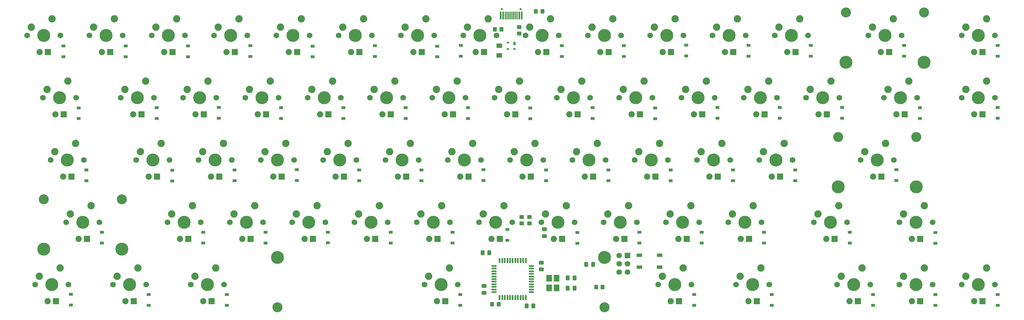
<source format=gbs>
G04 #@! TF.GenerationSoftware,KiCad,Pcbnew,(6.0.10)*
G04 #@! TF.CreationDate,2023-02-18T22:59:06-08:00*
G04 #@! TF.ProjectId,KeyboardM,4b657962-6f61-4726-944d-2e6b69636164,rev?*
G04 #@! TF.SameCoordinates,Original*
G04 #@! TF.FileFunction,Soldermask,Bot*
G04 #@! TF.FilePolarity,Negative*
%FSLAX46Y46*%
G04 Gerber Fmt 4.6, Leading zero omitted, Abs format (unit mm)*
G04 Created by KiCad (PCBNEW (6.0.10)) date 2023-02-18 22:59:06*
%MOMM*%
%LPD*%
G01*
G04 APERTURE LIST*
G04 Aperture macros list*
%AMRoundRect*
0 Rectangle with rounded corners*
0 $1 Rounding radius*
0 $2 $3 $4 $5 $6 $7 $8 $9 X,Y pos of 4 corners*
0 Add a 4 corners polygon primitive as box body*
4,1,4,$2,$3,$4,$5,$6,$7,$8,$9,$2,$3,0*
0 Add four circle primitives for the rounded corners*
1,1,$1+$1,$2,$3*
1,1,$1+$1,$4,$5*
1,1,$1+$1,$6,$7*
1,1,$1+$1,$8,$9*
0 Add four rect primitives between the rounded corners*
20,1,$1+$1,$2,$3,$4,$5,0*
20,1,$1+$1,$4,$5,$6,$7,0*
20,1,$1+$1,$6,$7,$8,$9,0*
20,1,$1+$1,$8,$9,$2,$3,0*%
G04 Aperture macros list end*
%ADD10C,1.750000*%
%ADD11C,3.987800*%
%ADD12C,2.250000*%
%ADD13C,1.905000*%
%ADD14R,1.905000X1.905000*%
%ADD15C,3.048000*%
%ADD16R,1.200000X0.900000*%
%ADD17RoundRect,0.250000X0.337500X0.475000X-0.337500X0.475000X-0.337500X-0.475000X0.337500X-0.475000X0*%
%ADD18RoundRect,0.250000X0.475000X-0.337500X0.475000X0.337500X-0.475000X0.337500X-0.475000X-0.337500X0*%
%ADD19C,1.700000*%
%ADD20R,1.700000X1.700000*%
%ADD21RoundRect,0.250000X-0.337500X-0.475000X0.337500X-0.475000X0.337500X0.475000X-0.337500X0.475000X0*%
%ADD22R,0.700000X1.000000*%
%ADD23R,0.700000X0.600000*%
%ADD24RoundRect,0.250000X-0.450000X0.350000X-0.450000X-0.350000X0.450000X-0.350000X0.450000X0.350000X0*%
%ADD25RoundRect,0.250000X0.350000X0.450000X-0.350000X0.450000X-0.350000X-0.450000X0.350000X-0.450000X0*%
%ADD26RoundRect,0.250000X0.325000X0.450000X-0.325000X0.450000X-0.325000X-0.450000X0.325000X-0.450000X0*%
%ADD27R,0.550000X1.500000*%
%ADD28R,1.500000X0.550000*%
%ADD29R,1.800000X1.100000*%
%ADD30RoundRect,0.250001X-0.624999X0.462499X-0.624999X-0.462499X0.624999X-0.462499X0.624999X0.462499X0*%
%ADD31RoundRect,0.250000X-0.475000X0.337500X-0.475000X-0.337500X0.475000X-0.337500X0.475000X0.337500X0*%
%ADD32R,1.800000X2.100000*%
%ADD33RoundRect,0.250000X-0.350000X-0.450000X0.350000X-0.450000X0.350000X0.450000X-0.350000X0.450000X0*%
%ADD34C,0.650000*%
%ADD35R,0.600000X2.450000*%
%ADD36R,0.300000X2.450000*%
G04 APERTURE END LIST*
D10*
X260667500Y-57150000D03*
D11*
X255587500Y-57150000D03*
D10*
X250507500Y-57150000D03*
D12*
X251777500Y-54610000D03*
X258127500Y-52070000D03*
D13*
X254317500Y-62230000D03*
D14*
X256857500Y-62230000D03*
D10*
X221932500Y-76200000D03*
D11*
X227012500Y-76200000D03*
D10*
X232092500Y-76200000D03*
D12*
X223202500Y-73660000D03*
X229552500Y-71120000D03*
D13*
X225742500Y-81280000D03*
D14*
X228282500Y-81280000D03*
D11*
X72231250Y-95250000D03*
D10*
X67151250Y-95250000D03*
X77311250Y-95250000D03*
D12*
X68421250Y-92710000D03*
X74771250Y-90170000D03*
D13*
X70961250Y-100330000D03*
D14*
X73501250Y-100330000D03*
D10*
X252888750Y-133350000D03*
X263048750Y-133350000D03*
D11*
X257968750Y-133350000D03*
D12*
X254158750Y-130810000D03*
X260508750Y-128270000D03*
D13*
X256698750Y-138430000D03*
D14*
X259238750Y-138430000D03*
D11*
X303212500Y-76200000D03*
D10*
X308292500Y-76200000D03*
X298132500Y-76200000D03*
D12*
X299402500Y-73660000D03*
X305752500Y-71120000D03*
D13*
X301942500Y-81280000D03*
D14*
X304482500Y-81280000D03*
D10*
X110013750Y-133350000D03*
D11*
X115093750Y-133350000D03*
D10*
X120173750Y-133350000D03*
D12*
X111283750Y-130810000D03*
X117633750Y-128270000D03*
D13*
X113823750Y-138430000D03*
D14*
X116363750Y-138430000D03*
D11*
X250825000Y-95250000D03*
D10*
X255905000Y-95250000D03*
X245745000Y-95250000D03*
D12*
X247015000Y-92710000D03*
X253365000Y-90170000D03*
D13*
X249555000Y-100330000D03*
D14*
X252095000Y-100330000D03*
D10*
X170180000Y-114300000D03*
X160020000Y-114300000D03*
D11*
X165100000Y-114300000D03*
D12*
X161290000Y-111760000D03*
X167640000Y-109220000D03*
D13*
X163830000Y-119380000D03*
D14*
X166370000Y-119380000D03*
D11*
X146050000Y-114300000D03*
D10*
X140970000Y-114300000D03*
X151130000Y-114300000D03*
D12*
X142240000Y-111760000D03*
X148590000Y-109220000D03*
D13*
X144780000Y-119380000D03*
D14*
X147320000Y-119380000D03*
D10*
X217805000Y-95250000D03*
D11*
X212725000Y-95250000D03*
D10*
X207645000Y-95250000D03*
D12*
X208915000Y-92710000D03*
X215265000Y-90170000D03*
D13*
X211455000Y-100330000D03*
D14*
X213995000Y-100330000D03*
D11*
X91281250Y-133350000D03*
D10*
X86201250Y-133350000D03*
X96361250Y-133350000D03*
D12*
X87471250Y-130810000D03*
X93821250Y-128270000D03*
D13*
X90011250Y-138430000D03*
D14*
X92551250Y-138430000D03*
D11*
X279400000Y-114300000D03*
D10*
X274320000Y-114300000D03*
X284480000Y-114300000D03*
D12*
X275590000Y-111760000D03*
X281940000Y-109220000D03*
D13*
X278130000Y-119380000D03*
D14*
X280670000Y-119380000D03*
D10*
X307657500Y-133350000D03*
D11*
X312737500Y-133350000D03*
D10*
X317817500Y-133350000D03*
D12*
X308927500Y-130810000D03*
X315277500Y-128270000D03*
D13*
X311467500Y-138430000D03*
D14*
X314007500Y-138430000D03*
D11*
X112712500Y-76200000D03*
D10*
X107632500Y-76200000D03*
X117792500Y-76200000D03*
D12*
X108902500Y-73660000D03*
X115252500Y-71120000D03*
D13*
X111442500Y-81280000D03*
D14*
X113982500Y-81280000D03*
D10*
X112395000Y-95250000D03*
D11*
X117475000Y-95250000D03*
D10*
X122555000Y-95250000D03*
D12*
X113665000Y-92710000D03*
X120015000Y-90170000D03*
D13*
X116205000Y-100330000D03*
D14*
X118745000Y-100330000D03*
D11*
X67468750Y-133350000D03*
D10*
X62388750Y-133350000D03*
X72548750Y-133350000D03*
D12*
X63658750Y-130810000D03*
X70008750Y-128270000D03*
D13*
X66198750Y-138430000D03*
D14*
X68738750Y-138430000D03*
D11*
X231775000Y-95250000D03*
D10*
X226695000Y-95250000D03*
X236855000Y-95250000D03*
D12*
X227965000Y-92710000D03*
X234315000Y-90170000D03*
D13*
X230505000Y-100330000D03*
D14*
X233045000Y-100330000D03*
D10*
X64770000Y-76200000D03*
D11*
X69850000Y-76200000D03*
D10*
X74930000Y-76200000D03*
D12*
X66040000Y-73660000D03*
X72390000Y-71120000D03*
D13*
X68580000Y-81280000D03*
D14*
X71120000Y-81280000D03*
D10*
X269557500Y-57150000D03*
X279717500Y-57150000D03*
D11*
X274637500Y-57150000D03*
D12*
X270827500Y-54610000D03*
X277177500Y-52070000D03*
D13*
X273367500Y-62230000D03*
D14*
X275907500Y-62230000D03*
D10*
X164782500Y-76200000D03*
X174942500Y-76200000D03*
D11*
X169862500Y-76200000D03*
D12*
X166052500Y-73660000D03*
X172402500Y-71120000D03*
D13*
X168592500Y-81280000D03*
D14*
X171132500Y-81280000D03*
D10*
X136842500Y-76200000D03*
X126682500Y-76200000D03*
D11*
X131762500Y-76200000D03*
D12*
X127952500Y-73660000D03*
X134302500Y-71120000D03*
D13*
X130492500Y-81280000D03*
D14*
X133032500Y-81280000D03*
D10*
X217170000Y-114300000D03*
X227330000Y-114300000D03*
D11*
X222250000Y-114300000D03*
D12*
X218440000Y-111760000D03*
X224790000Y-109220000D03*
D13*
X220980000Y-119380000D03*
D14*
X223520000Y-119380000D03*
D10*
X98107500Y-57150000D03*
X108267500Y-57150000D03*
D11*
X103187500Y-57150000D03*
D12*
X99377500Y-54610000D03*
X105727500Y-52070000D03*
D13*
X101917500Y-62230000D03*
D14*
X104457500Y-62230000D03*
D11*
X174625000Y-95250000D03*
D10*
X169545000Y-95250000D03*
X179705000Y-95250000D03*
D12*
X170815000Y-92710000D03*
X177165000Y-90170000D03*
D13*
X173355000Y-100330000D03*
D14*
X175895000Y-100330000D03*
D10*
X336867500Y-133350000D03*
D11*
X331787500Y-133350000D03*
D10*
X326707500Y-133350000D03*
D12*
X327977500Y-130810000D03*
X334327500Y-128270000D03*
D13*
X330517500Y-138430000D03*
D14*
X333057500Y-138430000D03*
D11*
X331787500Y-114300000D03*
D10*
X326707500Y-114300000D03*
X336867500Y-114300000D03*
D12*
X327977500Y-111760000D03*
X334327500Y-109220000D03*
D13*
X330517500Y-119380000D03*
D14*
X333057500Y-119380000D03*
D10*
X345757500Y-57150000D03*
X355917500Y-57150000D03*
D11*
X350837500Y-57150000D03*
D12*
X347027500Y-54610000D03*
X353377500Y-52070000D03*
D13*
X349567500Y-62230000D03*
D14*
X352107500Y-62230000D03*
D10*
X332105000Y-76200000D03*
D11*
X327025000Y-76200000D03*
D10*
X321945000Y-76200000D03*
D12*
X323215000Y-73660000D03*
X329565000Y-71120000D03*
D13*
X325755000Y-81280000D03*
D14*
X328295000Y-81280000D03*
D10*
X355917500Y-133350000D03*
X345757500Y-133350000D03*
D11*
X350837500Y-133350000D03*
D12*
X347027500Y-130810000D03*
X353377500Y-128270000D03*
D13*
X349567500Y-138430000D03*
D14*
X352107500Y-138430000D03*
D10*
X274955000Y-95250000D03*
D11*
X269875000Y-95250000D03*
D10*
X264795000Y-95250000D03*
D12*
X266065000Y-92710000D03*
X272415000Y-90170000D03*
D13*
X268605000Y-100330000D03*
D14*
X271145000Y-100330000D03*
D10*
X203517500Y-57150000D03*
D11*
X198437500Y-57150000D03*
D10*
X193357500Y-57150000D03*
D12*
X194627500Y-54610000D03*
X200977500Y-52070000D03*
D13*
X197167500Y-62230000D03*
D14*
X199707500Y-62230000D03*
D10*
X289242500Y-76200000D03*
D11*
X284162500Y-76200000D03*
D10*
X279082500Y-76200000D03*
D12*
X280352500Y-73660000D03*
X286702500Y-71120000D03*
D13*
X282892500Y-81280000D03*
D14*
X285432500Y-81280000D03*
D10*
X251142500Y-76200000D03*
D11*
X246062500Y-76200000D03*
D10*
X240982500Y-76200000D03*
D12*
X242252500Y-73660000D03*
X248602500Y-71120000D03*
D13*
X244792500Y-81280000D03*
D14*
X247332500Y-81280000D03*
D11*
X310324500Y-65405000D03*
X334200500Y-65405000D03*
D10*
X327342500Y-57150000D03*
D15*
X310324500Y-50165000D03*
D11*
X322262500Y-57150000D03*
D10*
X317182500Y-57150000D03*
D15*
X334200500Y-50165000D03*
D12*
X318452500Y-54610000D03*
X324802500Y-52070000D03*
D13*
X320992500Y-62230000D03*
D14*
X323532500Y-62230000D03*
D10*
X174307500Y-57150000D03*
D11*
X179387500Y-57150000D03*
D10*
X184467500Y-57150000D03*
D12*
X175577500Y-54610000D03*
X181927500Y-52070000D03*
D13*
X178117500Y-62230000D03*
D14*
X180657500Y-62230000D03*
D10*
X93345000Y-95250000D03*
X103505000Y-95250000D03*
D11*
X98425000Y-95250000D03*
D12*
X94615000Y-92710000D03*
X100965000Y-90170000D03*
D13*
X97155000Y-100330000D03*
D14*
X99695000Y-100330000D03*
D10*
X136207500Y-57150000D03*
D11*
X141287500Y-57150000D03*
D10*
X146367500Y-57150000D03*
D12*
X137477500Y-54610000D03*
X143827500Y-52070000D03*
D13*
X140017500Y-62230000D03*
D14*
X142557500Y-62230000D03*
D10*
X102870000Y-114300000D03*
X113030000Y-114300000D03*
D11*
X107950000Y-114300000D03*
D12*
X104140000Y-111760000D03*
X110490000Y-109220000D03*
D13*
X106680000Y-119380000D03*
D14*
X109220000Y-119380000D03*
D10*
X70167500Y-57150000D03*
D11*
X65087500Y-57150000D03*
D10*
X60007500Y-57150000D03*
D12*
X61277500Y-54610000D03*
X67627500Y-52070000D03*
D13*
X63817500Y-62230000D03*
D14*
X66357500Y-62230000D03*
D11*
X150812500Y-76200000D03*
D10*
X155892500Y-76200000D03*
X145732500Y-76200000D03*
D12*
X147002500Y-73660000D03*
X153352500Y-71120000D03*
D13*
X149542500Y-81280000D03*
D14*
X152082500Y-81280000D03*
D11*
X184150000Y-114300000D03*
D10*
X179070000Y-114300000D03*
X189230000Y-114300000D03*
D12*
X180340000Y-111760000D03*
X186690000Y-109220000D03*
D13*
X182880000Y-119380000D03*
D14*
X185420000Y-119380000D03*
D10*
X310673750Y-114300000D03*
D11*
X305593750Y-114300000D03*
D10*
X300513750Y-114300000D03*
D12*
X301783750Y-111760000D03*
X308133750Y-109220000D03*
D13*
X304323750Y-119380000D03*
D14*
X306863750Y-119380000D03*
D10*
X286861250Y-133350000D03*
X276701250Y-133350000D03*
D11*
X281781250Y-133350000D03*
D12*
X277971250Y-130810000D03*
X284321250Y-128270000D03*
D13*
X280511250Y-138430000D03*
D14*
X283051250Y-138430000D03*
D11*
X186531250Y-133350000D03*
D10*
X181451250Y-133350000D03*
D11*
X136531350Y-125095000D03*
D15*
X236531150Y-140335000D03*
D10*
X191611250Y-133350000D03*
D11*
X236531150Y-125095000D03*
D15*
X136531350Y-140335000D03*
D12*
X182721250Y-130810000D03*
X189071250Y-128270000D03*
D13*
X185261250Y-138430000D03*
D14*
X187801250Y-138430000D03*
D11*
X236537500Y-57150000D03*
D10*
X241617500Y-57150000D03*
X231457500Y-57150000D03*
D12*
X232727500Y-54610000D03*
X239077500Y-52070000D03*
D13*
X235267500Y-62230000D03*
D14*
X237807500Y-62230000D03*
D10*
X213042500Y-76200000D03*
D11*
X207962500Y-76200000D03*
D10*
X202882500Y-76200000D03*
D12*
X204152500Y-73660000D03*
X210502500Y-71120000D03*
D13*
X206692500Y-81280000D03*
D14*
X209232500Y-81280000D03*
D10*
X88582500Y-76200000D03*
D11*
X93662500Y-76200000D03*
D10*
X98742500Y-76200000D03*
D12*
X89852500Y-73660000D03*
X96202500Y-71120000D03*
D13*
X92392500Y-81280000D03*
D14*
X94932500Y-81280000D03*
D10*
X255270000Y-114300000D03*
X265430000Y-114300000D03*
D11*
X260350000Y-114300000D03*
D12*
X256540000Y-111760000D03*
X262890000Y-109220000D03*
D13*
X259080000Y-119380000D03*
D14*
X261620000Y-119380000D03*
D10*
X298767500Y-57150000D03*
D11*
X293687500Y-57150000D03*
D10*
X288607500Y-57150000D03*
D12*
X289877500Y-54610000D03*
X296227500Y-52070000D03*
D13*
X292417500Y-62230000D03*
D14*
X294957500Y-62230000D03*
D11*
X127000000Y-114300000D03*
D10*
X121920000Y-114300000D03*
X132080000Y-114300000D03*
D12*
X123190000Y-111760000D03*
X129540000Y-109220000D03*
D13*
X125730000Y-119380000D03*
D14*
X128270000Y-119380000D03*
D10*
X212407500Y-57150000D03*
X222567500Y-57150000D03*
D11*
X217487500Y-57150000D03*
D12*
X213677500Y-54610000D03*
X220027500Y-52070000D03*
D13*
X216217500Y-62230000D03*
D14*
X218757500Y-62230000D03*
D10*
X150495000Y-95250000D03*
X160655000Y-95250000D03*
D11*
X155575000Y-95250000D03*
D12*
X151765000Y-92710000D03*
X158115000Y-90170000D03*
D13*
X154305000Y-100330000D03*
D14*
X156845000Y-100330000D03*
D10*
X208280000Y-114300000D03*
D11*
X203200000Y-114300000D03*
D10*
X198120000Y-114300000D03*
D12*
X199390000Y-111760000D03*
X205740000Y-109220000D03*
D13*
X201930000Y-119380000D03*
D14*
X204470000Y-119380000D03*
D10*
X188595000Y-95250000D03*
D11*
X193675000Y-95250000D03*
D10*
X198755000Y-95250000D03*
D12*
X189865000Y-92710000D03*
X196215000Y-90170000D03*
D13*
X192405000Y-100330000D03*
D14*
X194945000Y-100330000D03*
D10*
X314801250Y-95250000D03*
D11*
X331819250Y-103505000D03*
X307943250Y-103505000D03*
D15*
X307943250Y-88265000D03*
X331819250Y-88265000D03*
D10*
X324961250Y-95250000D03*
D11*
X319881250Y-95250000D03*
D12*
X316071250Y-92710000D03*
X322421250Y-90170000D03*
D13*
X318611250Y-100330000D03*
D14*
X321151250Y-100330000D03*
D11*
X136525000Y-95250000D03*
D10*
X131445000Y-95250000D03*
X141605000Y-95250000D03*
D12*
X132715000Y-92710000D03*
X139065000Y-90170000D03*
D13*
X135255000Y-100330000D03*
D14*
X137795000Y-100330000D03*
D10*
X283845000Y-95250000D03*
X294005000Y-95250000D03*
D11*
X288925000Y-95250000D03*
D12*
X285115000Y-92710000D03*
X291465000Y-90170000D03*
D13*
X287655000Y-100330000D03*
D14*
X290195000Y-100330000D03*
D10*
X270192500Y-76200000D03*
D11*
X265112500Y-76200000D03*
D10*
X260032500Y-76200000D03*
D12*
X261302500Y-73660000D03*
X267652500Y-71120000D03*
D13*
X263842500Y-81280000D03*
D14*
X266382500Y-81280000D03*
D10*
X183832500Y-76200000D03*
D11*
X188912500Y-76200000D03*
D10*
X193992500Y-76200000D03*
D12*
X185102500Y-73660000D03*
X191452500Y-71120000D03*
D13*
X187642500Y-81280000D03*
D14*
X190182500Y-81280000D03*
D10*
X127317500Y-57150000D03*
D11*
X122237500Y-57150000D03*
D10*
X117157500Y-57150000D03*
D12*
X118427500Y-54610000D03*
X124777500Y-52070000D03*
D13*
X120967500Y-62230000D03*
D14*
X123507500Y-62230000D03*
D10*
X165417500Y-57150000D03*
D11*
X160337500Y-57150000D03*
D10*
X155257500Y-57150000D03*
D12*
X156527500Y-54610000D03*
X162877500Y-52070000D03*
D13*
X159067500Y-62230000D03*
D14*
X161607500Y-62230000D03*
D10*
X79057500Y-57150000D03*
X89217500Y-57150000D03*
D11*
X84137500Y-57150000D03*
D12*
X80327500Y-54610000D03*
X86677500Y-52070000D03*
D13*
X82867500Y-62230000D03*
D14*
X85407500Y-62230000D03*
D10*
X345757500Y-76200000D03*
D11*
X350837500Y-76200000D03*
D10*
X355917500Y-76200000D03*
D12*
X347027500Y-73660000D03*
X353377500Y-71120000D03*
D13*
X349567500Y-81280000D03*
D14*
X352107500Y-81280000D03*
D10*
X236220000Y-114300000D03*
D11*
X241300000Y-114300000D03*
D10*
X246380000Y-114300000D03*
D12*
X237490000Y-111760000D03*
X243840000Y-109220000D03*
D13*
X240030000Y-119380000D03*
D14*
X242570000Y-119380000D03*
D11*
X88931750Y-122555000D03*
D10*
X71913750Y-114300000D03*
D11*
X76993750Y-114300000D03*
D15*
X88931750Y-107315000D03*
X65055750Y-107315000D03*
D10*
X82073750Y-114300000D03*
D11*
X65055750Y-122555000D03*
D12*
X73183750Y-111760000D03*
X79533750Y-109220000D03*
D13*
X75723750Y-119380000D03*
D14*
X78263750Y-119380000D03*
D16*
X263896220Y-139739590D03*
X263896220Y-136439590D03*
X120985050Y-139679968D03*
X120985050Y-136379968D03*
X137635040Y-82519921D03*
X137635040Y-79219921D03*
X99565183Y-82518709D03*
X99565183Y-79218709D03*
X275762226Y-101565732D03*
X275762226Y-98265732D03*
D17*
X201314191Y-123608059D03*
X199239191Y-123608059D03*
D16*
X261496938Y-63425118D03*
X261496938Y-60125118D03*
X309119393Y-82485757D03*
X309119393Y-79185757D03*
X337672962Y-120703915D03*
X337672962Y-117403915D03*
D18*
X218151046Y-118526985D03*
X218151046Y-116451985D03*
D16*
X190042796Y-120610931D03*
X190042796Y-117310931D03*
X206768750Y-119839433D03*
X206768750Y-116539433D03*
X213829592Y-82625706D03*
X213829592Y-79325706D03*
X294803937Y-101578797D03*
X294803937Y-98278797D03*
X356734925Y-82485233D03*
X356734925Y-79185233D03*
X266240103Y-120648038D03*
X266240103Y-117348038D03*
D19*
X240953123Y-129543252D03*
X243493123Y-129543252D03*
X240953123Y-127003252D03*
X243493123Y-127003252D03*
X240953123Y-124463252D03*
D20*
X243493123Y-124463252D03*
D16*
X90093750Y-63662500D03*
X90093750Y-60362500D03*
X185343750Y-63712500D03*
X185343750Y-60412500D03*
D21*
X225244413Y-131303624D03*
X227319413Y-131303624D03*
D22*
X208962500Y-59575000D03*
D23*
X208962500Y-61275000D03*
X206962500Y-61275000D03*
X206962500Y-59375000D03*
D16*
X237655378Y-101601434D03*
X237655378Y-98301434D03*
X82867591Y-120622553D03*
X82867591Y-117322553D03*
X251982936Y-82646221D03*
X251982936Y-79346221D03*
X109143750Y-63662500D03*
X109143750Y-60362500D03*
X113830769Y-120680899D03*
X113830769Y-117380899D03*
X118565736Y-82501915D03*
X118565736Y-79201915D03*
X218605573Y-101601043D03*
X218605573Y-98301043D03*
X171133465Y-120688120D03*
X171133465Y-117388120D03*
D24*
X211150422Y-112654332D03*
X211150422Y-114654332D03*
D16*
X311500508Y-120660917D03*
X311500508Y-117360917D03*
X71037500Y-63650000D03*
X71037500Y-60350000D03*
X147243750Y-63712500D03*
X147243750Y-60412500D03*
D17*
X233017598Y-127151485D03*
X230942598Y-127151485D03*
D25*
X204993750Y-55261263D03*
X202993750Y-55261263D03*
D26*
X217560000Y-49784000D03*
X215510000Y-49784000D03*
D16*
X75752308Y-82594908D03*
X75752308Y-79294908D03*
X356738050Y-63517854D03*
X356738050Y-60217854D03*
X161482546Y-101606480D03*
X161482546Y-98306480D03*
D27*
X204435753Y-125961707D03*
X205235753Y-125961707D03*
X206035753Y-125961707D03*
X206835753Y-125961707D03*
X207635753Y-125961707D03*
X208435753Y-125961707D03*
X209235753Y-125961707D03*
X210035753Y-125961707D03*
X210835753Y-125961707D03*
X211635753Y-125961707D03*
X212435753Y-125961707D03*
D28*
X214135753Y-127661707D03*
X214135753Y-128461707D03*
X214135753Y-129261707D03*
X214135753Y-130061707D03*
X214135753Y-130861707D03*
X214135753Y-131661707D03*
X214135753Y-132461707D03*
X214135753Y-133261707D03*
X214135753Y-134061707D03*
X214135753Y-134861707D03*
X214135753Y-135661707D03*
D27*
X212435753Y-137361707D03*
X211635753Y-137361707D03*
X210835753Y-137361707D03*
X210035753Y-137361707D03*
X209235753Y-137361707D03*
X208435753Y-137361707D03*
X207635753Y-137361707D03*
X206835753Y-137361707D03*
X206035753Y-137361707D03*
X205235753Y-137361707D03*
X204435753Y-137361707D03*
D28*
X202735753Y-135661707D03*
X202735753Y-134861707D03*
X202735753Y-134061707D03*
X202735753Y-133261707D03*
X202735753Y-132461707D03*
X202735753Y-131661707D03*
X202735753Y-130861707D03*
X202735753Y-130061707D03*
X202735753Y-129261707D03*
X202735753Y-128461707D03*
X202735753Y-127661707D03*
D29*
X247166900Y-128056250D03*
X253366900Y-128056250D03*
X253366900Y-124356250D03*
X247166900Y-124356250D03*
D30*
X204356967Y-60244428D03*
X204356967Y-63219428D03*
D16*
X151937360Y-120609126D03*
X151937360Y-117309126D03*
D31*
X217167003Y-126652957D03*
X217167003Y-128727957D03*
D32*
X219575663Y-134343624D03*
X219575663Y-131443624D03*
X221875663Y-131443624D03*
X221875663Y-134343624D03*
D16*
X97177278Y-139704695D03*
X97177278Y-136404695D03*
X228197588Y-120709086D03*
X228197588Y-117409086D03*
X199527272Y-101539145D03*
X199527272Y-98239145D03*
D33*
X233950000Y-134143750D03*
X235950000Y-134143750D03*
D16*
X78124810Y-101562584D03*
X78124810Y-98262584D03*
D21*
X212683415Y-139891260D03*
X214758415Y-139891260D03*
D16*
X356710703Y-139690665D03*
X356710703Y-136390665D03*
X337692378Y-139660722D03*
X337692378Y-136360722D03*
X132892080Y-120651238D03*
X132892080Y-117351238D03*
X299621537Y-63515858D03*
X299621537Y-60215858D03*
X285294428Y-120653962D03*
X285294428Y-117353962D03*
X332920697Y-82553627D03*
X332920697Y-79253627D03*
X104326708Y-101653683D03*
X104326708Y-98353683D03*
X180509065Y-101614167D03*
X180509065Y-98314167D03*
D24*
X210434025Y-54573298D03*
X210434025Y-56573298D03*
D16*
X290059887Y-82508139D03*
X290059887Y-79208139D03*
X242393750Y-63548508D03*
X242393750Y-60248508D03*
X287668218Y-139674488D03*
X287668218Y-136374488D03*
X328144363Y-63490206D03*
X328144363Y-60190206D03*
X325762185Y-101540773D03*
X325762185Y-98240773D03*
X318627947Y-139711482D03*
X318627947Y-136411482D03*
D34*
X205072500Y-49112500D03*
X210852500Y-49112500D03*
D35*
X204737500Y-51057500D03*
X205512500Y-51057500D03*
D36*
X206212500Y-51057500D03*
X206712500Y-51057500D03*
X207212500Y-51057500D03*
X207712500Y-51057500D03*
X208212500Y-51057500D03*
X208712500Y-51057500D03*
X209212500Y-51057500D03*
X209712500Y-51057500D03*
D35*
X210412500Y-51057500D03*
X211187500Y-51057500D03*
D16*
X192421075Y-139690052D03*
X192421075Y-136390052D03*
X156689261Y-82543578D03*
X156689261Y-79243578D03*
D21*
X225244413Y-134478624D03*
X227319413Y-134478624D03*
D25*
X204140337Y-139337733D03*
X202140337Y-139337733D03*
D16*
X192557821Y-63466304D03*
X192557821Y-60166304D03*
X232904074Y-82532383D03*
X232904074Y-79232383D03*
D24*
X213531672Y-112654332D03*
X213531672Y-114654332D03*
D16*
X271035605Y-82475849D03*
X271035605Y-79175849D03*
X142439817Y-101523749D03*
X142439817Y-98223749D03*
X247166863Y-120621909D03*
X247166863Y-117321909D03*
X128237500Y-63562500D03*
X128237500Y-60262500D03*
D18*
X199704503Y-135871707D03*
X199704503Y-133796707D03*
D16*
X73337272Y-139638265D03*
X73337272Y-136338265D03*
X256705378Y-101631290D03*
X256705378Y-98331290D03*
X223437500Y-63562500D03*
X223437500Y-60262500D03*
X175743242Y-82543963D03*
X175743242Y-79243963D03*
X280510254Y-63530872D03*
X280510254Y-60230872D03*
X123353982Y-101594891D03*
X123353982Y-98294891D03*
X194764424Y-82521863D03*
X194764424Y-79221863D03*
X166293750Y-63562500D03*
X166293750Y-60262500D03*
M02*

</source>
